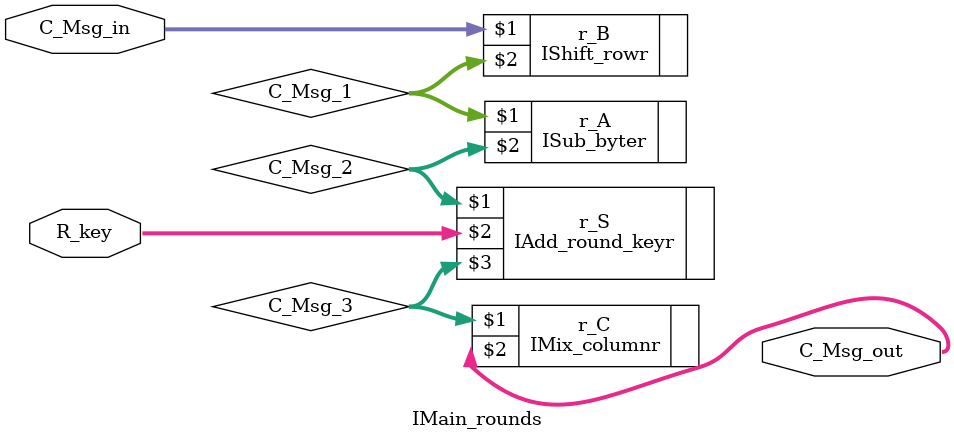
<source format=v>
module IMain_rounds (C_Msg_in, R_key, C_Msg_out);

input  [0:127] C_Msg_in;
input  [0:127] R_key;
output [0:127] C_Msg_out;

wire [0:127] C_Msg_1, C_Msg_2, C_Msg_3;

IShift_rowr     r_B (C_Msg_in, C_Msg_1);
ISub_byter      r_A (C_Msg_1, C_Msg_2);
IAdd_round_keyr r_S (C_Msg_2, R_key, C_Msg_3);
IMix_columnr    r_C (C_Msg_3, C_Msg_out);

endmodule

</source>
